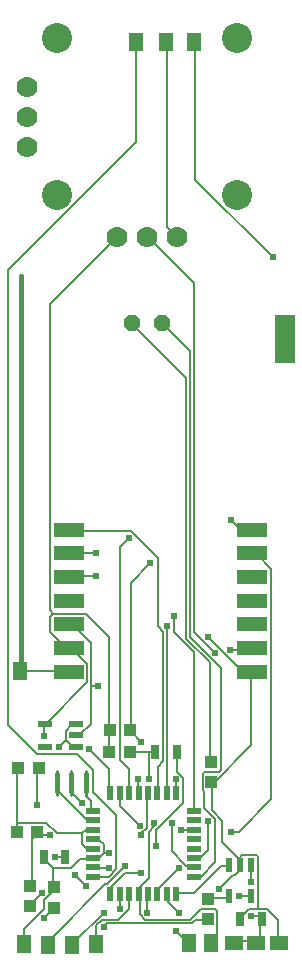
<source format=gbl>
G75*
%MOIN*%
%OFA0B0*%
%FSLAX25Y25*%
%IPPOS*%
%LPD*%
%AMOC8*
5,1,8,0,0,1.08239X$1,22.5*
%
%ADD10R,0.06756X0.16347*%
%ADD11R,0.03150X0.04724*%
%ADD12R,0.06000X0.05000*%
%ADD13R,0.03937X0.04331*%
%ADD14R,0.02165X0.04724*%
%ADD15R,0.04724X0.02165*%
%ADD16R,0.05000X0.06000*%
%ADD17R,0.10011X0.04724*%
%ADD18R,0.05000X0.02200*%
%ADD19R,0.02200X0.05000*%
%ADD20R,0.04331X0.03937*%
%ADD21C,0.01772*%
%ADD22C,0.01000*%
%ADD23OC8,0.05200*%
%ADD24C,0.10000*%
%ADD25C,0.07000*%
%ADD26C,0.00600*%
%ADD27C,0.02400*%
%ADD28C,0.01600*%
D10*
X0106085Y0219320D03*
D11*
X0069867Y0081490D03*
X0062781Y0081490D03*
X0032779Y0046544D03*
X0025692Y0046544D03*
X0091113Y0025975D03*
X0098200Y0025975D03*
D12*
X0096374Y0017936D03*
X0103987Y0017926D03*
X0089132Y0018029D03*
D13*
X0080411Y0026000D03*
X0080411Y0032693D03*
X0081496Y0071795D03*
X0081496Y0078488D03*
X0029124Y0036505D03*
X0029124Y0029812D03*
X0021133Y0030253D03*
X0021133Y0036946D03*
D14*
X0087367Y0033819D03*
X0094847Y0033819D03*
X0094847Y0044056D03*
X0091107Y0044056D03*
X0087367Y0044056D03*
D15*
X0036324Y0083468D03*
X0036324Y0087208D03*
X0036324Y0090948D03*
X0026087Y0090948D03*
X0026087Y0083468D03*
D16*
X0019126Y0017508D03*
X0027048Y0017414D03*
X0035142Y0017467D03*
X0043129Y0017504D03*
X0073992Y0017988D03*
X0081219Y0018149D03*
X0017562Y0108528D03*
X0056499Y0318305D03*
X0066297Y0318343D03*
X0075592Y0318251D03*
D17*
X0094933Y0155725D03*
X0094933Y0147851D03*
X0094933Y0139977D03*
X0094933Y0132103D03*
X0094933Y0124229D03*
X0094933Y0116355D03*
X0094933Y0108481D03*
X0033878Y0108481D03*
X0033878Y0116355D03*
X0033878Y0124229D03*
X0033878Y0132103D03*
X0033878Y0139977D03*
X0033878Y0147851D03*
X0033878Y0155725D03*
D18*
X0041886Y0062082D03*
X0041886Y0058933D03*
X0041886Y0055783D03*
X0041886Y0052634D03*
X0041886Y0049484D03*
X0041886Y0046334D03*
X0041886Y0043185D03*
X0041886Y0040035D03*
X0075686Y0040035D03*
X0075686Y0043185D03*
X0075686Y0046334D03*
X0075686Y0049484D03*
X0075686Y0052634D03*
X0075686Y0055783D03*
X0075686Y0058933D03*
X0075686Y0062082D03*
D19*
X0069810Y0067959D03*
X0066660Y0067959D03*
X0063511Y0067959D03*
X0060361Y0067959D03*
X0057211Y0067959D03*
X0054062Y0067959D03*
X0050912Y0067959D03*
X0047763Y0067959D03*
X0047763Y0034159D03*
X0050912Y0034159D03*
X0054062Y0034159D03*
X0057211Y0034159D03*
X0060361Y0034159D03*
X0063511Y0034159D03*
X0066660Y0034159D03*
X0069810Y0034159D03*
D20*
X0023365Y0055126D03*
X0016672Y0055126D03*
X0017182Y0076379D03*
X0023875Y0076379D03*
X0047509Y0081568D03*
X0054202Y0081568D03*
X0054350Y0088887D03*
X0047657Y0088887D03*
D21*
X0039566Y0074276D02*
X0039566Y0068548D01*
X0034841Y0068548D02*
X0034841Y0074276D01*
X0030117Y0074276D02*
X0030117Y0068548D01*
D22*
X0030117Y0067412D02*
X0030117Y0071412D01*
X0030117Y0075412D01*
X0034841Y0075412D02*
X0034841Y0071412D01*
X0034841Y0067412D01*
X0039566Y0067412D02*
X0039566Y0071412D01*
X0039566Y0075412D01*
D23*
X0054944Y0224525D03*
X0064944Y0224525D03*
D24*
X0089944Y0267173D03*
X0089944Y0319673D03*
X0029944Y0319673D03*
X0029944Y0267173D03*
D25*
X0019944Y0283423D03*
X0019944Y0293423D03*
X0019944Y0303423D03*
X0049944Y0253423D03*
X0059944Y0253423D03*
X0069944Y0253423D03*
D26*
X0069531Y0253727D01*
X0066531Y0256727D01*
X0066531Y0317927D01*
X0066297Y0318343D01*
X0075592Y0318251D02*
X0076131Y0317927D01*
X0076131Y0272327D01*
X0101931Y0246527D01*
X0075531Y0238127D02*
X0060531Y0253127D01*
X0059944Y0253423D01*
X0049944Y0253423D02*
X0049731Y0253127D01*
X0027531Y0230927D01*
X0027531Y0128927D01*
X0028731Y0127727D01*
X0027531Y0126527D01*
X0027531Y0121727D01*
X0032331Y0116927D01*
X0033531Y0116927D01*
X0033878Y0116355D01*
X0034131Y0116927D01*
X0040131Y0110927D01*
X0040131Y0104927D01*
X0026331Y0091127D01*
X0026087Y0090948D01*
X0025731Y0090527D01*
X0025731Y0086927D01*
X0030531Y0083327D02*
X0032931Y0085727D01*
X0032931Y0088727D01*
X0034731Y0090527D01*
X0035931Y0090527D01*
X0036324Y0090948D01*
X0036531Y0087527D02*
X0036324Y0087208D01*
X0036531Y0087527D02*
X0037731Y0087527D01*
X0041331Y0091127D01*
X0041331Y0103727D01*
X0043731Y0103727D01*
X0041331Y0103727D02*
X0041331Y0118127D01*
X0035331Y0124127D01*
X0034131Y0124127D01*
X0033878Y0124229D01*
X0028731Y0127727D02*
X0039531Y0127727D01*
X0047331Y0119927D01*
X0047331Y0089327D01*
X0047657Y0088887D01*
X0047331Y0088727D01*
X0047331Y0082127D01*
X0047509Y0081568D01*
X0050931Y0079127D02*
X0050931Y0149927D01*
X0053931Y0152927D01*
X0054531Y0155327D02*
X0034131Y0155327D01*
X0033878Y0155725D01*
X0034131Y0148127D02*
X0033878Y0147851D01*
X0034131Y0148127D02*
X0043131Y0148127D01*
X0043131Y0140327D02*
X0034131Y0140327D01*
X0033878Y0139977D01*
X0054531Y0137927D02*
X0061131Y0144527D01*
X0063531Y0146327D02*
X0054531Y0155327D01*
X0063531Y0146327D02*
X0063531Y0123527D01*
X0065331Y0121727D01*
X0065331Y0078527D01*
X0063531Y0076727D01*
X0063531Y0068327D01*
X0063511Y0067959D01*
X0066531Y0068327D02*
X0066660Y0067959D01*
X0066531Y0068327D02*
X0066531Y0123527D01*
X0068931Y0121727D02*
X0068931Y0127127D01*
X0068931Y0121727D02*
X0075531Y0115127D01*
X0075531Y0062327D01*
X0075686Y0062082D01*
X0079131Y0062927D02*
X0079131Y0068327D01*
X0078531Y0068927D01*
X0078531Y0074327D01*
X0079131Y0074927D01*
X0083931Y0074927D01*
X0084531Y0075527D01*
X0084531Y0109727D01*
X0074331Y0119927D01*
X0074331Y0215327D01*
X0065331Y0224327D01*
X0064944Y0224525D01*
X0055131Y0224327D02*
X0054944Y0224525D01*
X0055131Y0224327D02*
X0073131Y0206327D01*
X0073131Y0119327D01*
X0080931Y0111527D01*
X0080931Y0078527D01*
X0081496Y0078488D01*
X0081496Y0071795D02*
X0081531Y0070727D01*
X0094731Y0083927D01*
X0094731Y0107927D01*
X0094933Y0108481D01*
X0094731Y0108527D01*
X0091731Y0108527D01*
X0080331Y0119927D01*
X0075531Y0121727D02*
X0082731Y0114527D01*
X0087531Y0115727D02*
X0094131Y0115727D01*
X0094731Y0116327D01*
X0094933Y0116355D01*
X0075531Y0121727D02*
X0075531Y0238127D01*
X0056331Y0284927D02*
X0056331Y0317927D01*
X0056499Y0318305D01*
X0056331Y0284927D02*
X0013731Y0242327D01*
X0013731Y0090527D01*
X0023331Y0080927D01*
X0036531Y0080927D01*
X0041931Y0075527D01*
X0041931Y0068327D01*
X0049731Y0060527D01*
X0049731Y0042527D01*
X0047331Y0040127D01*
X0041931Y0040127D01*
X0041886Y0040035D01*
X0041931Y0043127D02*
X0041886Y0043185D01*
X0041931Y0043127D02*
X0047331Y0043127D01*
X0044331Y0046727D02*
X0041931Y0046727D01*
X0041886Y0046334D01*
X0041331Y0046127D01*
X0037731Y0046127D01*
X0034731Y0043127D01*
X0028731Y0043127D01*
X0025731Y0046127D01*
X0025692Y0046544D01*
X0029331Y0046727D02*
X0032331Y0046727D01*
X0032779Y0046544D01*
X0028731Y0043127D02*
X0028731Y0036527D01*
X0029124Y0036505D01*
X0029331Y0035927D01*
X0025731Y0032327D01*
X0025731Y0029327D01*
X0019131Y0022727D01*
X0019131Y0017927D01*
X0019126Y0017508D01*
X0027048Y0017414D02*
X0027531Y0017927D01*
X0027531Y0019127D01*
X0046131Y0037727D01*
X0046731Y0037727D01*
X0052731Y0043727D01*
X0052731Y0041327D02*
X0058131Y0041327D01*
X0060531Y0039527D02*
X0057531Y0036527D01*
X0057531Y0034727D01*
X0057211Y0034159D01*
X0057531Y0034127D01*
X0057531Y0027527D01*
X0059331Y0025727D01*
X0074331Y0025727D01*
X0077931Y0029327D01*
X0082731Y0029327D01*
X0083331Y0028727D01*
X0083331Y0020327D01*
X0081531Y0018527D01*
X0081219Y0018149D01*
X0073992Y0017988D02*
X0073731Y0017927D01*
X0069531Y0022127D01*
X0074931Y0024527D02*
X0046731Y0024527D01*
X0045531Y0023327D01*
X0043131Y0023927D02*
X0043131Y0017927D01*
X0043129Y0017504D01*
X0043131Y0023927D02*
X0044931Y0025727D01*
X0050331Y0025727D01*
X0053931Y0029327D01*
X0053931Y0034127D01*
X0054062Y0034159D01*
X0050931Y0034127D02*
X0050931Y0029327D01*
X0050931Y0034127D02*
X0050912Y0034159D01*
X0047931Y0034727D02*
X0047931Y0036527D01*
X0052731Y0041327D01*
X0060531Y0039527D02*
X0060531Y0055127D01*
X0062331Y0056927D01*
X0062331Y0058127D01*
X0062931Y0055727D02*
X0062931Y0050327D01*
X0062931Y0055727D02*
X0071931Y0064727D01*
X0071931Y0073127D01*
X0070131Y0074927D01*
X0070131Y0080927D01*
X0069867Y0081490D01*
X0062781Y0081490D02*
X0062331Y0081527D01*
X0060531Y0081527D01*
X0060531Y0072527D01*
X0056931Y0072527D02*
X0056931Y0068327D01*
X0057211Y0067959D01*
X0059931Y0067727D02*
X0060361Y0067959D01*
X0059931Y0067727D02*
X0059931Y0056327D01*
X0058131Y0054527D01*
X0058131Y0053927D01*
X0057531Y0056927D02*
X0050931Y0063527D01*
X0050931Y0067727D01*
X0050912Y0067959D01*
X0053931Y0068327D02*
X0054062Y0067959D01*
X0053931Y0068327D02*
X0053931Y0076127D01*
X0050931Y0079127D01*
X0054202Y0081568D02*
X0054531Y0081527D01*
X0060531Y0081527D01*
X0058131Y0085127D02*
X0054531Y0088727D01*
X0054350Y0088887D01*
X0054531Y0089327D01*
X0054531Y0137927D01*
X0033878Y0108481D02*
X0033531Y0108527D01*
X0017931Y0108527D01*
X0017562Y0108528D01*
X0032931Y0085727D02*
X0034731Y0083927D01*
X0035931Y0083927D01*
X0036324Y0083468D01*
X0040731Y0082727D02*
X0047331Y0076127D01*
X0047331Y0068327D01*
X0047763Y0067959D01*
X0041331Y0065327D02*
X0039531Y0067127D01*
X0039566Y0067412D01*
X0041331Y0065327D02*
X0041331Y0062327D01*
X0041886Y0062082D01*
X0041331Y0059327D02*
X0039531Y0059327D01*
X0030531Y0068327D01*
X0030117Y0071412D01*
X0034841Y0067412D02*
X0035331Y0067727D01*
X0038331Y0064727D01*
X0041331Y0059327D02*
X0041886Y0058933D01*
X0041886Y0055783D02*
X0041331Y0055727D01*
X0039531Y0055727D01*
X0038331Y0054527D01*
X0029931Y0054527D01*
X0026331Y0058127D01*
X0016731Y0058127D01*
X0016731Y0055127D01*
X0016672Y0055126D01*
X0016731Y0058127D02*
X0016731Y0076127D01*
X0017182Y0076379D01*
X0023331Y0076127D02*
X0023875Y0076379D01*
X0023331Y0076127D02*
X0023331Y0064127D01*
X0023365Y0055126D02*
X0023931Y0054527D01*
X0024531Y0053927D01*
X0027531Y0053927D01*
X0023331Y0054527D02*
X0021531Y0052727D01*
X0021531Y0037127D01*
X0021133Y0036946D01*
X0025131Y0034727D02*
X0020931Y0030527D01*
X0021133Y0030253D01*
X0025731Y0026327D02*
X0028731Y0029327D01*
X0029124Y0029812D01*
X0039531Y0037127D02*
X0035931Y0040727D01*
X0041331Y0049727D02*
X0041886Y0049484D01*
X0041331Y0049727D02*
X0039531Y0049727D01*
X0038331Y0050927D01*
X0038331Y0054527D01*
X0041886Y0052634D02*
X0041931Y0052127D01*
X0044331Y0052127D01*
X0045531Y0050927D01*
X0045531Y0047927D01*
X0047331Y0047927D01*
X0045531Y0047927D02*
X0044331Y0046727D01*
X0047931Y0034727D02*
X0047763Y0034159D01*
X0045531Y0028127D02*
X0035331Y0017927D01*
X0035142Y0017467D01*
X0059931Y0028127D02*
X0059931Y0034127D01*
X0060361Y0034159D01*
X0063511Y0034159D02*
X0063531Y0034727D01*
X0063531Y0035927D01*
X0070731Y0043127D01*
X0073131Y0043727D02*
X0068331Y0048527D01*
X0068331Y0058127D01*
X0071331Y0055727D02*
X0075531Y0055727D01*
X0075686Y0055783D01*
X0080331Y0058727D02*
X0080331Y0049127D01*
X0077931Y0046727D01*
X0076131Y0046727D01*
X0075686Y0046334D01*
X0075531Y0043727D02*
X0075686Y0043185D01*
X0075531Y0043727D02*
X0073131Y0043727D01*
X0075686Y0040035D02*
X0076131Y0040127D01*
X0077931Y0040127D01*
X0082731Y0044927D01*
X0082731Y0059327D01*
X0079131Y0062927D01*
X0081531Y0062327D02*
X0085131Y0058727D01*
X0085131Y0051527D01*
X0090531Y0046127D01*
X0091107Y0044056D01*
X0090531Y0043727D01*
X0090531Y0041927D01*
X0089331Y0040727D01*
X0088731Y0040727D01*
X0083931Y0035927D01*
X0086331Y0032927D02*
X0080931Y0032927D01*
X0080411Y0032693D01*
X0086331Y0032927D02*
X0086931Y0033527D01*
X0087367Y0033819D01*
X0090531Y0033527D02*
X0094731Y0033527D01*
X0094847Y0033819D01*
X0094731Y0038327D02*
X0094731Y0043727D01*
X0094847Y0044056D01*
X0097131Y0046727D02*
X0096531Y0047327D01*
X0091731Y0047327D01*
X0090531Y0046127D01*
X0090531Y0044327D01*
X0091107Y0044056D01*
X0087367Y0044056D02*
X0086931Y0043727D01*
X0084531Y0043727D01*
X0075531Y0034727D01*
X0070131Y0034727D01*
X0069810Y0034159D01*
X0067131Y0034127D02*
X0067131Y0031727D01*
X0070731Y0028127D01*
X0074931Y0024527D02*
X0076131Y0025727D01*
X0080331Y0025727D01*
X0080411Y0026000D01*
X0091113Y0025975D02*
X0091131Y0026327D01*
X0094131Y0029327D01*
X0097131Y0029327D01*
X0097131Y0046727D01*
X0090531Y0055127D02*
X0101331Y0065927D01*
X0101331Y0142727D01*
X0096531Y0147527D01*
X0095331Y0147527D01*
X0094933Y0147851D01*
X0094933Y0155725D02*
X0094731Y0155927D01*
X0091131Y0155927D01*
X0088131Y0158927D01*
X0081496Y0071795D02*
X0081531Y0071327D01*
X0081531Y0070727D01*
X0081531Y0062327D01*
X0088131Y0055127D02*
X0090531Y0055127D01*
X0069810Y0067959D02*
X0069531Y0068327D01*
X0069531Y0072527D01*
X0067131Y0034127D02*
X0066660Y0034159D01*
X0089331Y0018527D02*
X0089132Y0018029D01*
X0089331Y0018527D02*
X0095931Y0018527D01*
X0096374Y0017936D01*
X0096531Y0018527D01*
X0097731Y0019727D01*
X0097731Y0025727D01*
X0098200Y0025975D01*
X0097731Y0026327D01*
X0097131Y0026927D01*
X0094731Y0026927D01*
X0097131Y0029327D02*
X0100131Y0029327D01*
X0103731Y0025727D01*
X0103731Y0017927D01*
X0103987Y0017926D01*
X0023331Y0054527D02*
X0023365Y0055126D01*
D27*
X0027531Y0053927D03*
X0029331Y0046727D03*
X0035931Y0040727D03*
X0039531Y0037127D03*
X0047331Y0043127D03*
X0047331Y0047927D03*
X0052731Y0043727D03*
X0058131Y0041327D03*
X0062931Y0050327D03*
X0058131Y0053927D03*
X0057531Y0056927D03*
X0062331Y0058127D03*
X0068331Y0058127D03*
X0071331Y0055727D03*
X0080331Y0058727D03*
X0088131Y0055127D03*
X0094731Y0038327D03*
X0090531Y0033527D03*
X0083931Y0035927D03*
X0094731Y0026927D03*
X0070731Y0028127D03*
X0069531Y0022127D03*
X0059931Y0028127D03*
X0050931Y0029327D03*
X0045531Y0028127D03*
X0045531Y0023327D03*
X0025731Y0026327D03*
X0025131Y0034727D03*
X0023331Y0064127D03*
X0038331Y0064727D03*
X0040731Y0082727D03*
X0030531Y0083327D03*
X0025731Y0086927D03*
X0043731Y0103727D03*
X0058131Y0085127D03*
X0056931Y0072527D03*
X0060531Y0072527D03*
X0069531Y0072527D03*
X0070731Y0043127D03*
X0082731Y0114527D03*
X0087531Y0115727D03*
X0080331Y0119927D03*
X0068931Y0127127D03*
X0066531Y0123527D03*
X0061131Y0144527D03*
X0053931Y0152927D03*
X0043131Y0148127D03*
X0043131Y0140327D03*
X0088131Y0158927D03*
X0101931Y0246527D03*
D28*
X0017951Y0240247D02*
X0017951Y0108657D01*
M02*

</source>
